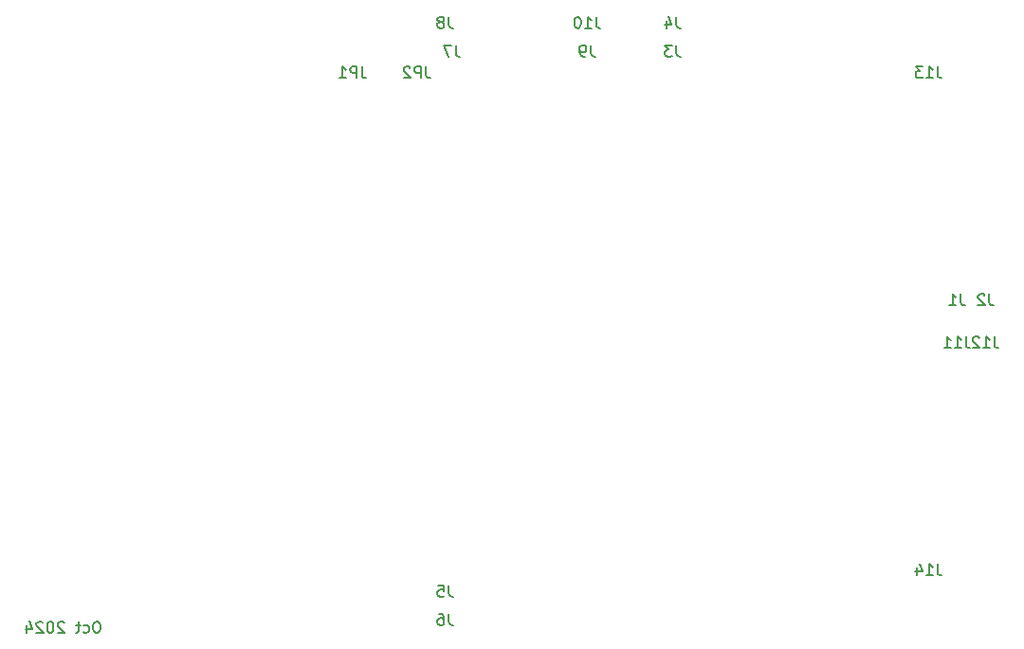
<source format=gbo>
G04 #@! TF.GenerationSoftware,KiCad,Pcbnew,8.0.5-8.0.5-0~ubuntu22.04.1*
G04 #@! TF.CreationDate,2024-10-01T15:38:48-06:00*
G04 #@! TF.ProjectId,z80 RPM,7a383020-5250-44d2-9e6b-696361645f70,1.1*
G04 #@! TF.SameCoordinates,Original*
G04 #@! TF.FileFunction,Legend,Bot*
G04 #@! TF.FilePolarity,Positive*
%FSLAX46Y46*%
G04 Gerber Fmt 4.6, Leading zero omitted, Abs format (unit mm)*
G04 Created by KiCad (PCBNEW 8.0.5-8.0.5-0~ubuntu22.04.1) date 2024-10-01 15:38:48*
%MOMM*%
%LPD*%
G01*
G04 APERTURE LIST*
%ADD10C,0.150000*%
%ADD11R,1.700000X1.700000*%
%ADD12O,1.700000X1.700000*%
%ADD13R,2.000000X1.440000*%
%ADD14O,2.000000X1.440000*%
%ADD15R,1.600000X1.600000*%
%ADD16C,1.600000*%
%ADD17O,1.600000X1.600000*%
%ADD18R,2.200000X2.200000*%
%ADD19O,2.200000X2.200000*%
%ADD20C,3.600000*%
%ADD21C,5.600000*%
%ADD22C,2.100000*%
%ADD23C,1.750000*%
G04 APERTURE END LIST*
D10*
X55698644Y-82782719D02*
X55508168Y-82782719D01*
X55508168Y-82782719D02*
X55412930Y-82830338D01*
X55412930Y-82830338D02*
X55317692Y-82925576D01*
X55317692Y-82925576D02*
X55270073Y-83116052D01*
X55270073Y-83116052D02*
X55270073Y-83449385D01*
X55270073Y-83449385D02*
X55317692Y-83639861D01*
X55317692Y-83639861D02*
X55412930Y-83735100D01*
X55412930Y-83735100D02*
X55508168Y-83782719D01*
X55508168Y-83782719D02*
X55698644Y-83782719D01*
X55698644Y-83782719D02*
X55793882Y-83735100D01*
X55793882Y-83735100D02*
X55889120Y-83639861D01*
X55889120Y-83639861D02*
X55936739Y-83449385D01*
X55936739Y-83449385D02*
X55936739Y-83116052D01*
X55936739Y-83116052D02*
X55889120Y-82925576D01*
X55889120Y-82925576D02*
X55793882Y-82830338D01*
X55793882Y-82830338D02*
X55698644Y-82782719D01*
X54412930Y-83735100D02*
X54508168Y-83782719D01*
X54508168Y-83782719D02*
X54698644Y-83782719D01*
X54698644Y-83782719D02*
X54793882Y-83735100D01*
X54793882Y-83735100D02*
X54841501Y-83687480D01*
X54841501Y-83687480D02*
X54889120Y-83592242D01*
X54889120Y-83592242D02*
X54889120Y-83306528D01*
X54889120Y-83306528D02*
X54841501Y-83211290D01*
X54841501Y-83211290D02*
X54793882Y-83163671D01*
X54793882Y-83163671D02*
X54698644Y-83116052D01*
X54698644Y-83116052D02*
X54508168Y-83116052D01*
X54508168Y-83116052D02*
X54412930Y-83163671D01*
X54127215Y-83116052D02*
X53746263Y-83116052D01*
X53984358Y-82782719D02*
X53984358Y-83639861D01*
X53984358Y-83639861D02*
X53936739Y-83735100D01*
X53936739Y-83735100D02*
X53841501Y-83782719D01*
X53841501Y-83782719D02*
X53746263Y-83782719D01*
X52698643Y-82877957D02*
X52651024Y-82830338D01*
X52651024Y-82830338D02*
X52555786Y-82782719D01*
X52555786Y-82782719D02*
X52317691Y-82782719D01*
X52317691Y-82782719D02*
X52222453Y-82830338D01*
X52222453Y-82830338D02*
X52174834Y-82877957D01*
X52174834Y-82877957D02*
X52127215Y-82973195D01*
X52127215Y-82973195D02*
X52127215Y-83068433D01*
X52127215Y-83068433D02*
X52174834Y-83211290D01*
X52174834Y-83211290D02*
X52746262Y-83782719D01*
X52746262Y-83782719D02*
X52127215Y-83782719D01*
X51508167Y-82782719D02*
X51412929Y-82782719D01*
X51412929Y-82782719D02*
X51317691Y-82830338D01*
X51317691Y-82830338D02*
X51270072Y-82877957D01*
X51270072Y-82877957D02*
X51222453Y-82973195D01*
X51222453Y-82973195D02*
X51174834Y-83163671D01*
X51174834Y-83163671D02*
X51174834Y-83401766D01*
X51174834Y-83401766D02*
X51222453Y-83592242D01*
X51222453Y-83592242D02*
X51270072Y-83687480D01*
X51270072Y-83687480D02*
X51317691Y-83735100D01*
X51317691Y-83735100D02*
X51412929Y-83782719D01*
X51412929Y-83782719D02*
X51508167Y-83782719D01*
X51508167Y-83782719D02*
X51603405Y-83735100D01*
X51603405Y-83735100D02*
X51651024Y-83687480D01*
X51651024Y-83687480D02*
X51698643Y-83592242D01*
X51698643Y-83592242D02*
X51746262Y-83401766D01*
X51746262Y-83401766D02*
X51746262Y-83163671D01*
X51746262Y-83163671D02*
X51698643Y-82973195D01*
X51698643Y-82973195D02*
X51651024Y-82877957D01*
X51651024Y-82877957D02*
X51603405Y-82830338D01*
X51603405Y-82830338D02*
X51508167Y-82782719D01*
X50793881Y-82877957D02*
X50746262Y-82830338D01*
X50746262Y-82830338D02*
X50651024Y-82782719D01*
X50651024Y-82782719D02*
X50412929Y-82782719D01*
X50412929Y-82782719D02*
X50317691Y-82830338D01*
X50317691Y-82830338D02*
X50270072Y-82877957D01*
X50270072Y-82877957D02*
X50222453Y-82973195D01*
X50222453Y-82973195D02*
X50222453Y-83068433D01*
X50222453Y-83068433D02*
X50270072Y-83211290D01*
X50270072Y-83211290D02*
X50841500Y-83782719D01*
X50841500Y-83782719D02*
X50222453Y-83782719D01*
X49365310Y-83116052D02*
X49365310Y-83782719D01*
X49603405Y-82735100D02*
X49841500Y-83449385D01*
X49841500Y-83449385D02*
X49222453Y-83449385D01*
X87039233Y-79557719D02*
X87039233Y-80272004D01*
X87039233Y-80272004D02*
X87086852Y-80414861D01*
X87086852Y-80414861D02*
X87182090Y-80510100D01*
X87182090Y-80510100D02*
X87324947Y-80557719D01*
X87324947Y-80557719D02*
X87420185Y-80557719D01*
X86086852Y-79557719D02*
X86563042Y-79557719D01*
X86563042Y-79557719D02*
X86610661Y-80033909D01*
X86610661Y-80033909D02*
X86563042Y-79986290D01*
X86563042Y-79986290D02*
X86467804Y-79938671D01*
X86467804Y-79938671D02*
X86229709Y-79938671D01*
X86229709Y-79938671D02*
X86134471Y-79986290D01*
X86134471Y-79986290D02*
X86086852Y-80033909D01*
X86086852Y-80033909D02*
X86039233Y-80129147D01*
X86039233Y-80129147D02*
X86039233Y-80367242D01*
X86039233Y-80367242D02*
X86086852Y-80462480D01*
X86086852Y-80462480D02*
X86134471Y-80510100D01*
X86134471Y-80510100D02*
X86229709Y-80557719D01*
X86229709Y-80557719D02*
X86467804Y-80557719D01*
X86467804Y-80557719D02*
X86563042Y-80510100D01*
X86563042Y-80510100D02*
X86610661Y-80462480D01*
X130695423Y-33202719D02*
X130695423Y-33917004D01*
X130695423Y-33917004D02*
X130743042Y-34059861D01*
X130743042Y-34059861D02*
X130838280Y-34155100D01*
X130838280Y-34155100D02*
X130981137Y-34202719D01*
X130981137Y-34202719D02*
X131076375Y-34202719D01*
X129695423Y-34202719D02*
X130266851Y-34202719D01*
X129981137Y-34202719D02*
X129981137Y-33202719D01*
X129981137Y-33202719D02*
X130076375Y-33345576D01*
X130076375Y-33345576D02*
X130171613Y-33440814D01*
X130171613Y-33440814D02*
X130266851Y-33488433D01*
X129362089Y-33202719D02*
X128743042Y-33202719D01*
X128743042Y-33202719D02*
X129076375Y-33583671D01*
X129076375Y-33583671D02*
X128933518Y-33583671D01*
X128933518Y-33583671D02*
X128838280Y-33631290D01*
X128838280Y-33631290D02*
X128790661Y-33678909D01*
X128790661Y-33678909D02*
X128743042Y-33774147D01*
X128743042Y-33774147D02*
X128743042Y-34012242D01*
X128743042Y-34012242D02*
X128790661Y-34107480D01*
X128790661Y-34107480D02*
X128838280Y-34155100D01*
X128838280Y-34155100D02*
X128933518Y-34202719D01*
X128933518Y-34202719D02*
X129219232Y-34202719D01*
X129219232Y-34202719D02*
X129314470Y-34155100D01*
X129314470Y-34155100D02*
X129362089Y-34107480D01*
X132759233Y-53522719D02*
X132759233Y-54237004D01*
X132759233Y-54237004D02*
X132806852Y-54379861D01*
X132806852Y-54379861D02*
X132902090Y-54475100D01*
X132902090Y-54475100D02*
X133044947Y-54522719D01*
X133044947Y-54522719D02*
X133140185Y-54522719D01*
X131759233Y-54522719D02*
X132330661Y-54522719D01*
X132044947Y-54522719D02*
X132044947Y-53522719D01*
X132044947Y-53522719D02*
X132140185Y-53665576D01*
X132140185Y-53665576D02*
X132235423Y-53760814D01*
X132235423Y-53760814D02*
X132330661Y-53808433D01*
X99739233Y-31297719D02*
X99739233Y-32012004D01*
X99739233Y-32012004D02*
X99786852Y-32154861D01*
X99786852Y-32154861D02*
X99882090Y-32250100D01*
X99882090Y-32250100D02*
X100024947Y-32297719D01*
X100024947Y-32297719D02*
X100120185Y-32297719D01*
X99215423Y-32297719D02*
X99024947Y-32297719D01*
X99024947Y-32297719D02*
X98929709Y-32250100D01*
X98929709Y-32250100D02*
X98882090Y-32202480D01*
X98882090Y-32202480D02*
X98786852Y-32059623D01*
X98786852Y-32059623D02*
X98739233Y-31869147D01*
X98739233Y-31869147D02*
X98739233Y-31488195D01*
X98739233Y-31488195D02*
X98786852Y-31392957D01*
X98786852Y-31392957D02*
X98834471Y-31345338D01*
X98834471Y-31345338D02*
X98929709Y-31297719D01*
X98929709Y-31297719D02*
X99120185Y-31297719D01*
X99120185Y-31297719D02*
X99215423Y-31345338D01*
X99215423Y-31345338D02*
X99263042Y-31392957D01*
X99263042Y-31392957D02*
X99310661Y-31488195D01*
X99310661Y-31488195D02*
X99310661Y-31726290D01*
X99310661Y-31726290D02*
X99263042Y-31821528D01*
X99263042Y-31821528D02*
X99215423Y-31869147D01*
X99215423Y-31869147D02*
X99120185Y-31916766D01*
X99120185Y-31916766D02*
X98929709Y-31916766D01*
X98929709Y-31916766D02*
X98834471Y-31869147D01*
X98834471Y-31869147D02*
X98786852Y-31821528D01*
X98786852Y-31821528D02*
X98739233Y-31726290D01*
X133235423Y-57332719D02*
X133235423Y-58047004D01*
X133235423Y-58047004D02*
X133283042Y-58189861D01*
X133283042Y-58189861D02*
X133378280Y-58285100D01*
X133378280Y-58285100D02*
X133521137Y-58332719D01*
X133521137Y-58332719D02*
X133616375Y-58332719D01*
X132235423Y-58332719D02*
X132806851Y-58332719D01*
X132521137Y-58332719D02*
X132521137Y-57332719D01*
X132521137Y-57332719D02*
X132616375Y-57475576D01*
X132616375Y-57475576D02*
X132711613Y-57570814D01*
X132711613Y-57570814D02*
X132806851Y-57618433D01*
X131283042Y-58332719D02*
X131854470Y-58332719D01*
X131568756Y-58332719D02*
X131568756Y-57332719D01*
X131568756Y-57332719D02*
X131663994Y-57475576D01*
X131663994Y-57475576D02*
X131759232Y-57570814D01*
X131759232Y-57570814D02*
X131854470Y-57618433D01*
X87039233Y-28757719D02*
X87039233Y-29472004D01*
X87039233Y-29472004D02*
X87086852Y-29614861D01*
X87086852Y-29614861D02*
X87182090Y-29710100D01*
X87182090Y-29710100D02*
X87324947Y-29757719D01*
X87324947Y-29757719D02*
X87420185Y-29757719D01*
X86420185Y-29186290D02*
X86515423Y-29138671D01*
X86515423Y-29138671D02*
X86563042Y-29091052D01*
X86563042Y-29091052D02*
X86610661Y-28995814D01*
X86610661Y-28995814D02*
X86610661Y-28948195D01*
X86610661Y-28948195D02*
X86563042Y-28852957D01*
X86563042Y-28852957D02*
X86515423Y-28805338D01*
X86515423Y-28805338D02*
X86420185Y-28757719D01*
X86420185Y-28757719D02*
X86229709Y-28757719D01*
X86229709Y-28757719D02*
X86134471Y-28805338D01*
X86134471Y-28805338D02*
X86086852Y-28852957D01*
X86086852Y-28852957D02*
X86039233Y-28948195D01*
X86039233Y-28948195D02*
X86039233Y-28995814D01*
X86039233Y-28995814D02*
X86086852Y-29091052D01*
X86086852Y-29091052D02*
X86134471Y-29138671D01*
X86134471Y-29138671D02*
X86229709Y-29186290D01*
X86229709Y-29186290D02*
X86420185Y-29186290D01*
X86420185Y-29186290D02*
X86515423Y-29233909D01*
X86515423Y-29233909D02*
X86563042Y-29281528D01*
X86563042Y-29281528D02*
X86610661Y-29376766D01*
X86610661Y-29376766D02*
X86610661Y-29567242D01*
X86610661Y-29567242D02*
X86563042Y-29662480D01*
X86563042Y-29662480D02*
X86515423Y-29710100D01*
X86515423Y-29710100D02*
X86420185Y-29757719D01*
X86420185Y-29757719D02*
X86229709Y-29757719D01*
X86229709Y-29757719D02*
X86134471Y-29710100D01*
X86134471Y-29710100D02*
X86086852Y-29662480D01*
X86086852Y-29662480D02*
X86039233Y-29567242D01*
X86039233Y-29567242D02*
X86039233Y-29376766D01*
X86039233Y-29376766D02*
X86086852Y-29281528D01*
X86086852Y-29281528D02*
X86134471Y-29233909D01*
X86134471Y-29233909D02*
X86229709Y-29186290D01*
X135299233Y-53522719D02*
X135299233Y-54237004D01*
X135299233Y-54237004D02*
X135346852Y-54379861D01*
X135346852Y-54379861D02*
X135442090Y-54475100D01*
X135442090Y-54475100D02*
X135584947Y-54522719D01*
X135584947Y-54522719D02*
X135680185Y-54522719D01*
X134870661Y-53617957D02*
X134823042Y-53570338D01*
X134823042Y-53570338D02*
X134727804Y-53522719D01*
X134727804Y-53522719D02*
X134489709Y-53522719D01*
X134489709Y-53522719D02*
X134394471Y-53570338D01*
X134394471Y-53570338D02*
X134346852Y-53617957D01*
X134346852Y-53617957D02*
X134299233Y-53713195D01*
X134299233Y-53713195D02*
X134299233Y-53808433D01*
X134299233Y-53808433D02*
X134346852Y-53951290D01*
X134346852Y-53951290D02*
X134918280Y-54522719D01*
X134918280Y-54522719D02*
X134299233Y-54522719D01*
X135775423Y-57332719D02*
X135775423Y-58047004D01*
X135775423Y-58047004D02*
X135823042Y-58189861D01*
X135823042Y-58189861D02*
X135918280Y-58285100D01*
X135918280Y-58285100D02*
X136061137Y-58332719D01*
X136061137Y-58332719D02*
X136156375Y-58332719D01*
X134775423Y-58332719D02*
X135346851Y-58332719D01*
X135061137Y-58332719D02*
X135061137Y-57332719D01*
X135061137Y-57332719D02*
X135156375Y-57475576D01*
X135156375Y-57475576D02*
X135251613Y-57570814D01*
X135251613Y-57570814D02*
X135346851Y-57618433D01*
X134394470Y-57427957D02*
X134346851Y-57380338D01*
X134346851Y-57380338D02*
X134251613Y-57332719D01*
X134251613Y-57332719D02*
X134013518Y-57332719D01*
X134013518Y-57332719D02*
X133918280Y-57380338D01*
X133918280Y-57380338D02*
X133870661Y-57427957D01*
X133870661Y-57427957D02*
X133823042Y-57523195D01*
X133823042Y-57523195D02*
X133823042Y-57618433D01*
X133823042Y-57618433D02*
X133870661Y-57761290D01*
X133870661Y-57761290D02*
X134442089Y-58332719D01*
X134442089Y-58332719D02*
X133823042Y-58332719D01*
X100215423Y-28757719D02*
X100215423Y-29472004D01*
X100215423Y-29472004D02*
X100263042Y-29614861D01*
X100263042Y-29614861D02*
X100358280Y-29710100D01*
X100358280Y-29710100D02*
X100501137Y-29757719D01*
X100501137Y-29757719D02*
X100596375Y-29757719D01*
X99215423Y-29757719D02*
X99786851Y-29757719D01*
X99501137Y-29757719D02*
X99501137Y-28757719D01*
X99501137Y-28757719D02*
X99596375Y-28900576D01*
X99596375Y-28900576D02*
X99691613Y-28995814D01*
X99691613Y-28995814D02*
X99786851Y-29043433D01*
X98596375Y-28757719D02*
X98501137Y-28757719D01*
X98501137Y-28757719D02*
X98405899Y-28805338D01*
X98405899Y-28805338D02*
X98358280Y-28852957D01*
X98358280Y-28852957D02*
X98310661Y-28948195D01*
X98310661Y-28948195D02*
X98263042Y-29138671D01*
X98263042Y-29138671D02*
X98263042Y-29376766D01*
X98263042Y-29376766D02*
X98310661Y-29567242D01*
X98310661Y-29567242D02*
X98358280Y-29662480D01*
X98358280Y-29662480D02*
X98405899Y-29710100D01*
X98405899Y-29710100D02*
X98501137Y-29757719D01*
X98501137Y-29757719D02*
X98596375Y-29757719D01*
X98596375Y-29757719D02*
X98691613Y-29710100D01*
X98691613Y-29710100D02*
X98739232Y-29662480D01*
X98739232Y-29662480D02*
X98786851Y-29567242D01*
X98786851Y-29567242D02*
X98834470Y-29376766D01*
X98834470Y-29376766D02*
X98834470Y-29138671D01*
X98834470Y-29138671D02*
X98786851Y-28948195D01*
X98786851Y-28948195D02*
X98739232Y-28852957D01*
X98739232Y-28852957D02*
X98691613Y-28805338D01*
X98691613Y-28805338D02*
X98596375Y-28757719D01*
X107359233Y-31297719D02*
X107359233Y-32012004D01*
X107359233Y-32012004D02*
X107406852Y-32154861D01*
X107406852Y-32154861D02*
X107502090Y-32250100D01*
X107502090Y-32250100D02*
X107644947Y-32297719D01*
X107644947Y-32297719D02*
X107740185Y-32297719D01*
X106978280Y-31297719D02*
X106359233Y-31297719D01*
X106359233Y-31297719D02*
X106692566Y-31678671D01*
X106692566Y-31678671D02*
X106549709Y-31678671D01*
X106549709Y-31678671D02*
X106454471Y-31726290D01*
X106454471Y-31726290D02*
X106406852Y-31773909D01*
X106406852Y-31773909D02*
X106359233Y-31869147D01*
X106359233Y-31869147D02*
X106359233Y-32107242D01*
X106359233Y-32107242D02*
X106406852Y-32202480D01*
X106406852Y-32202480D02*
X106454471Y-32250100D01*
X106454471Y-32250100D02*
X106549709Y-32297719D01*
X106549709Y-32297719D02*
X106835423Y-32297719D01*
X106835423Y-32297719D02*
X106930661Y-32250100D01*
X106930661Y-32250100D02*
X106978280Y-32202480D01*
X130695423Y-77652719D02*
X130695423Y-78367004D01*
X130695423Y-78367004D02*
X130743042Y-78509861D01*
X130743042Y-78509861D02*
X130838280Y-78605100D01*
X130838280Y-78605100D02*
X130981137Y-78652719D01*
X130981137Y-78652719D02*
X131076375Y-78652719D01*
X129695423Y-78652719D02*
X130266851Y-78652719D01*
X129981137Y-78652719D02*
X129981137Y-77652719D01*
X129981137Y-77652719D02*
X130076375Y-77795576D01*
X130076375Y-77795576D02*
X130171613Y-77890814D01*
X130171613Y-77890814D02*
X130266851Y-77938433D01*
X128838280Y-77986052D02*
X128838280Y-78652719D01*
X129076375Y-77605100D02*
X129314470Y-78319385D01*
X129314470Y-78319385D02*
X128695423Y-78319385D01*
X84999233Y-33202719D02*
X84999233Y-33917004D01*
X84999233Y-33917004D02*
X85046852Y-34059861D01*
X85046852Y-34059861D02*
X85142090Y-34155100D01*
X85142090Y-34155100D02*
X85284947Y-34202719D01*
X85284947Y-34202719D02*
X85380185Y-34202719D01*
X84523042Y-34202719D02*
X84523042Y-33202719D01*
X84523042Y-33202719D02*
X84142090Y-33202719D01*
X84142090Y-33202719D02*
X84046852Y-33250338D01*
X84046852Y-33250338D02*
X83999233Y-33297957D01*
X83999233Y-33297957D02*
X83951614Y-33393195D01*
X83951614Y-33393195D02*
X83951614Y-33536052D01*
X83951614Y-33536052D02*
X83999233Y-33631290D01*
X83999233Y-33631290D02*
X84046852Y-33678909D01*
X84046852Y-33678909D02*
X84142090Y-33726528D01*
X84142090Y-33726528D02*
X84523042Y-33726528D01*
X83570661Y-33297957D02*
X83523042Y-33250338D01*
X83523042Y-33250338D02*
X83427804Y-33202719D01*
X83427804Y-33202719D02*
X83189709Y-33202719D01*
X83189709Y-33202719D02*
X83094471Y-33250338D01*
X83094471Y-33250338D02*
X83046852Y-33297957D01*
X83046852Y-33297957D02*
X82999233Y-33393195D01*
X82999233Y-33393195D02*
X82999233Y-33488433D01*
X82999233Y-33488433D02*
X83046852Y-33631290D01*
X83046852Y-33631290D02*
X83618280Y-34202719D01*
X83618280Y-34202719D02*
X82999233Y-34202719D01*
X107359233Y-28757719D02*
X107359233Y-29472004D01*
X107359233Y-29472004D02*
X107406852Y-29614861D01*
X107406852Y-29614861D02*
X107502090Y-29710100D01*
X107502090Y-29710100D02*
X107644947Y-29757719D01*
X107644947Y-29757719D02*
X107740185Y-29757719D01*
X106454471Y-29091052D02*
X106454471Y-29757719D01*
X106692566Y-28710100D02*
X106930661Y-29424385D01*
X106930661Y-29424385D02*
X106311614Y-29424385D01*
X87674233Y-31297719D02*
X87674233Y-32012004D01*
X87674233Y-32012004D02*
X87721852Y-32154861D01*
X87721852Y-32154861D02*
X87817090Y-32250100D01*
X87817090Y-32250100D02*
X87959947Y-32297719D01*
X87959947Y-32297719D02*
X88055185Y-32297719D01*
X87293280Y-31297719D02*
X86626614Y-31297719D01*
X86626614Y-31297719D02*
X87055185Y-32297719D01*
X87039233Y-82097719D02*
X87039233Y-82812004D01*
X87039233Y-82812004D02*
X87086852Y-82954861D01*
X87086852Y-82954861D02*
X87182090Y-83050100D01*
X87182090Y-83050100D02*
X87324947Y-83097719D01*
X87324947Y-83097719D02*
X87420185Y-83097719D01*
X86134471Y-82097719D02*
X86324947Y-82097719D01*
X86324947Y-82097719D02*
X86420185Y-82145338D01*
X86420185Y-82145338D02*
X86467804Y-82192957D01*
X86467804Y-82192957D02*
X86563042Y-82335814D01*
X86563042Y-82335814D02*
X86610661Y-82526290D01*
X86610661Y-82526290D02*
X86610661Y-82907242D01*
X86610661Y-82907242D02*
X86563042Y-83002480D01*
X86563042Y-83002480D02*
X86515423Y-83050100D01*
X86515423Y-83050100D02*
X86420185Y-83097719D01*
X86420185Y-83097719D02*
X86229709Y-83097719D01*
X86229709Y-83097719D02*
X86134471Y-83050100D01*
X86134471Y-83050100D02*
X86086852Y-83002480D01*
X86086852Y-83002480D02*
X86039233Y-82907242D01*
X86039233Y-82907242D02*
X86039233Y-82669147D01*
X86039233Y-82669147D02*
X86086852Y-82573909D01*
X86086852Y-82573909D02*
X86134471Y-82526290D01*
X86134471Y-82526290D02*
X86229709Y-82478671D01*
X86229709Y-82478671D02*
X86420185Y-82478671D01*
X86420185Y-82478671D02*
X86515423Y-82526290D01*
X86515423Y-82526290D02*
X86563042Y-82573909D01*
X86563042Y-82573909D02*
X86610661Y-82669147D01*
X79284233Y-33202719D02*
X79284233Y-33917004D01*
X79284233Y-33917004D02*
X79331852Y-34059861D01*
X79331852Y-34059861D02*
X79427090Y-34155100D01*
X79427090Y-34155100D02*
X79569947Y-34202719D01*
X79569947Y-34202719D02*
X79665185Y-34202719D01*
X78808042Y-34202719D02*
X78808042Y-33202719D01*
X78808042Y-33202719D02*
X78427090Y-33202719D01*
X78427090Y-33202719D02*
X78331852Y-33250338D01*
X78331852Y-33250338D02*
X78284233Y-33297957D01*
X78284233Y-33297957D02*
X78236614Y-33393195D01*
X78236614Y-33393195D02*
X78236614Y-33536052D01*
X78236614Y-33536052D02*
X78284233Y-33631290D01*
X78284233Y-33631290D02*
X78331852Y-33678909D01*
X78331852Y-33678909D02*
X78427090Y-33726528D01*
X78427090Y-33726528D02*
X78808042Y-33726528D01*
X77284233Y-34202719D02*
X77855661Y-34202719D01*
X77569947Y-34202719D02*
X77569947Y-33202719D01*
X77569947Y-33202719D02*
X77665185Y-33345576D01*
X77665185Y-33345576D02*
X77760423Y-33440814D01*
X77760423Y-33440814D02*
X77855661Y-33488433D01*
%LPC*%
D11*
X127345900Y-80102900D03*
D12*
X124805900Y-80102900D03*
X122265900Y-80102900D03*
X119725900Y-80102900D03*
X117185900Y-80102900D03*
X114645900Y-80102900D03*
X112105900Y-80102900D03*
X109565900Y-80102900D03*
X107025900Y-80102900D03*
X104485900Y-80102900D03*
X101945900Y-80102900D03*
X99405900Y-80102900D03*
X96865900Y-80102900D03*
X94325900Y-80102900D03*
X91785900Y-80102900D03*
X89245900Y-80102900D03*
D11*
X134965900Y-29302900D03*
D12*
X132425900Y-29302900D03*
X134965900Y-31842900D03*
X132425900Y-31842900D03*
D11*
X132425900Y-34382900D03*
D12*
X132425900Y-36922900D03*
X132425900Y-39462900D03*
X132425900Y-42002900D03*
X132425900Y-44542900D03*
X132425900Y-47082900D03*
X132425900Y-49622900D03*
X132425900Y-52162900D03*
D13*
X52415900Y-42002900D03*
D14*
X52415900Y-44542900D03*
X52415900Y-47082900D03*
X52415900Y-49622900D03*
X52415900Y-52162900D03*
X52415900Y-54702900D03*
X52415900Y-57242900D03*
X52415900Y-59782900D03*
X52415900Y-62322900D03*
X52415900Y-64862900D03*
X52415900Y-67402900D03*
X52415900Y-69942900D03*
X52415900Y-72482900D03*
X52415900Y-75022900D03*
X67655900Y-75022900D03*
X67655900Y-72482900D03*
X67655900Y-69942900D03*
X67655900Y-67402900D03*
X67655900Y-64862900D03*
X67655900Y-62322900D03*
X67655900Y-59782900D03*
X67655900Y-57242900D03*
X67655900Y-54702900D03*
X67655900Y-52162900D03*
X67655900Y-49622900D03*
X67655900Y-47082900D03*
X67655900Y-44542900D03*
X67655900Y-42002900D03*
D15*
X119725900Y-38192900D03*
D16*
X119725900Y-53432900D03*
X127345900Y-53432900D03*
X127345900Y-38192900D03*
X62170000Y-29500000D03*
D17*
X72330000Y-29500000D03*
D15*
X76545900Y-55337900D03*
D17*
X79085900Y-55337900D03*
X81625900Y-55337900D03*
X84165900Y-55337900D03*
X86705900Y-55337900D03*
X89245900Y-55337900D03*
X91785900Y-55337900D03*
X94325900Y-55337900D03*
X96865900Y-55337900D03*
X99405900Y-55337900D03*
X101945900Y-55337900D03*
X104485900Y-55337900D03*
X107025900Y-55337900D03*
X109565900Y-55337900D03*
X112105900Y-55337900D03*
X114645900Y-55337900D03*
X114645900Y-47717900D03*
X112105900Y-47717900D03*
X109565900Y-47717900D03*
X107025900Y-47717900D03*
X104485900Y-47717900D03*
X101945900Y-47717900D03*
X99405900Y-47717900D03*
X96865900Y-47717900D03*
X94325900Y-47717900D03*
X91785900Y-47717900D03*
X89245900Y-47717900D03*
X86705900Y-47717900D03*
X84165900Y-47717900D03*
X81625900Y-47717900D03*
X79085900Y-47717900D03*
X76545900Y-47717900D03*
D11*
X101945900Y-31842900D03*
D12*
X104485900Y-31842900D03*
D16*
X94325900Y-38827900D03*
X94325900Y-41327900D03*
X73370900Y-42002900D03*
D17*
X73370900Y-52162900D03*
D18*
X73370900Y-31842900D03*
D19*
X73370900Y-39462900D03*
D16*
X101945900Y-58512900D03*
X104445900Y-58512900D03*
D11*
X132425900Y-59782900D03*
D12*
X132425900Y-62322900D03*
X132425900Y-64862900D03*
X132425900Y-67402900D03*
X132425900Y-69942900D03*
X132425900Y-72482900D03*
X132425900Y-75022900D03*
X132425900Y-77562900D03*
D20*
X60670900Y-33672900D03*
D21*
X60670900Y-33672900D03*
D11*
X89245900Y-29302900D03*
D12*
X91785900Y-29302900D03*
X94325900Y-29302900D03*
X96865900Y-29302900D03*
D20*
X110670900Y-68672900D03*
D21*
X110670900Y-68672900D03*
D16*
X49920000Y-29500000D03*
D17*
X60080000Y-29500000D03*
D11*
X134965900Y-34382900D03*
D12*
X134965900Y-36922900D03*
X134965900Y-39462900D03*
X134965900Y-42002900D03*
X134965900Y-44542900D03*
X134965900Y-47082900D03*
X134965900Y-49622900D03*
X134965900Y-52162900D03*
D15*
X128615900Y-62322900D03*
D17*
X128615900Y-64862900D03*
X128615900Y-67402900D03*
X128615900Y-69942900D03*
X128615900Y-72482900D03*
X128615900Y-75022900D03*
D20*
X60670900Y-78672900D03*
D21*
X60670900Y-78672900D03*
D11*
X134965900Y-59782900D03*
D12*
X134965900Y-62322900D03*
X134965900Y-64862900D03*
X134965900Y-67402900D03*
X134965900Y-69942900D03*
X134965900Y-72482900D03*
X134965900Y-75022900D03*
X134965900Y-77562900D03*
D22*
X84825900Y-80102900D03*
X77815900Y-80102900D03*
D23*
X83575900Y-82592900D03*
X79075900Y-82592900D03*
D15*
X76545900Y-43907900D03*
D17*
X79085900Y-43907900D03*
X81625900Y-43907900D03*
X84165900Y-43907900D03*
X86705900Y-43907900D03*
X89245900Y-43907900D03*
X91785900Y-43907900D03*
X91785900Y-36287900D03*
X89245900Y-36287900D03*
X86705900Y-36287900D03*
X84165900Y-36287900D03*
X81625900Y-36287900D03*
X79085900Y-36287900D03*
X76545900Y-36287900D03*
D11*
X101945900Y-29302900D03*
D12*
X104485900Y-29302900D03*
D16*
X73370900Y-54702900D03*
D17*
X73370900Y-64862900D03*
D11*
X127345900Y-31842900D03*
D12*
X124805900Y-31842900D03*
X122265900Y-31842900D03*
X119725900Y-31842900D03*
X117185900Y-31842900D03*
X114645900Y-31842900D03*
X112105900Y-31842900D03*
X109565900Y-31842900D03*
D11*
X134965900Y-80102900D03*
D12*
X132425900Y-80102900D03*
X134965900Y-82642900D03*
X132425900Y-82642900D03*
D16*
X129885900Y-80102900D03*
X129885900Y-82602900D03*
D15*
X96865900Y-43907900D03*
D17*
X99405900Y-43907900D03*
X101945900Y-43907900D03*
X104485900Y-43907900D03*
X107025900Y-43907900D03*
X109565900Y-43907900D03*
X112105900Y-43907900D03*
X114645900Y-43907900D03*
X114645900Y-36287900D03*
X112105900Y-36287900D03*
X109565900Y-36287900D03*
X107025900Y-36287900D03*
X104485900Y-36287900D03*
X101945900Y-36287900D03*
X99405900Y-36287900D03*
X96865900Y-36287900D03*
D11*
X82895900Y-31842900D03*
D12*
X85435900Y-31842900D03*
D16*
X79065900Y-58512900D03*
X76565900Y-58512900D03*
D11*
X127345900Y-29302900D03*
D12*
X124805900Y-29302900D03*
X122265900Y-29302900D03*
X119725900Y-29302900D03*
X117185900Y-29302900D03*
X114645900Y-29302900D03*
X112105900Y-29302900D03*
X109565900Y-29302900D03*
D15*
X76545900Y-76292900D03*
D17*
X79085900Y-76292900D03*
X81625900Y-76292900D03*
X84165900Y-76292900D03*
X86705900Y-76292900D03*
X89245900Y-76292900D03*
X91785900Y-76292900D03*
X94325900Y-76292900D03*
X96865900Y-76292900D03*
X99405900Y-76292900D03*
X101945900Y-76292900D03*
X104485900Y-76292900D03*
X107025900Y-76292900D03*
X109565900Y-76292900D03*
X112105900Y-76292900D03*
X114645900Y-76292900D03*
X117185900Y-76292900D03*
X119725900Y-76292900D03*
X122265900Y-76292900D03*
X124805900Y-76292900D03*
X124805900Y-61052900D03*
X122265900Y-61052900D03*
X119725900Y-61052900D03*
X117185900Y-61052900D03*
X114645900Y-61052900D03*
X112105900Y-61052900D03*
X109565900Y-61052900D03*
X107025900Y-61052900D03*
X104485900Y-61052900D03*
X101945900Y-61052900D03*
X99405900Y-61052900D03*
X96865900Y-61052900D03*
X94325900Y-61052900D03*
X91785900Y-61052900D03*
X89245900Y-61052900D03*
X86705900Y-61052900D03*
X84165900Y-61052900D03*
X81625900Y-61052900D03*
X79085900Y-61052900D03*
X76545900Y-61052900D03*
D11*
X89245900Y-31842900D03*
D12*
X91785900Y-31842900D03*
X94325900Y-31842900D03*
X96865900Y-31842900D03*
D16*
X129885900Y-29342900D03*
X129885900Y-31842900D03*
X132445900Y-55972900D03*
X134945900Y-55972900D03*
D11*
X127345900Y-82642900D03*
D12*
X124805900Y-82642900D03*
X122265900Y-82642900D03*
X119725900Y-82642900D03*
X117185900Y-82642900D03*
X114645900Y-82642900D03*
X112105900Y-82642900D03*
X109565900Y-82642900D03*
X107025900Y-82642900D03*
X104485900Y-82642900D03*
X101945900Y-82642900D03*
X99405900Y-82642900D03*
X96865900Y-82642900D03*
X94325900Y-82642900D03*
X91785900Y-82642900D03*
X89245900Y-82642900D03*
D16*
X73370900Y-69922900D03*
X73370900Y-67422900D03*
D11*
X77180900Y-31842900D03*
D12*
X79720900Y-31842900D03*
%LPD*%
M02*

</source>
